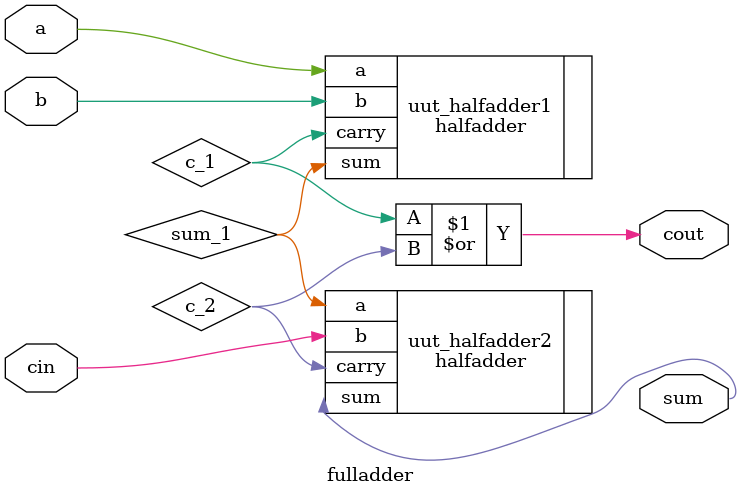
<source format=v>
module fulladder(
    input a,
    input b,
    input cin,
    output sum,
    output cout
);
wire sum_1;
wire c_1;
wire c_2;

halfadder uut_halfadder1 (
    .a(a),
    .b(b),
    .sum(sum_1),
    .carry(c_1)
);

halfadder uut_halfadder2 (
    .a(sum_1),
    .b(cin),
    .sum(sum),
    .carry(c_2)
);



assign cout = c_1 | c_2 ;

endmodule
</source>
